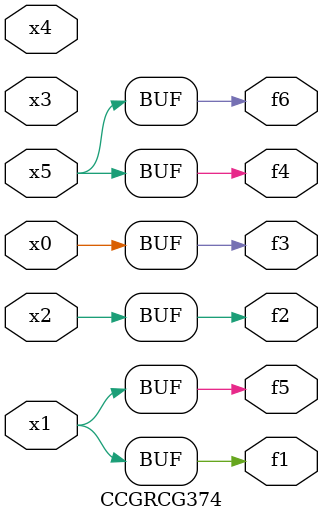
<source format=v>
module CCGRCG374(
	input x0, x1, x2, x3, x4, x5,
	output f1, f2, f3, f4, f5, f6
);
	assign f1 = x1;
	assign f2 = x2;
	assign f3 = x0;
	assign f4 = x5;
	assign f5 = x1;
	assign f6 = x5;
endmodule

</source>
